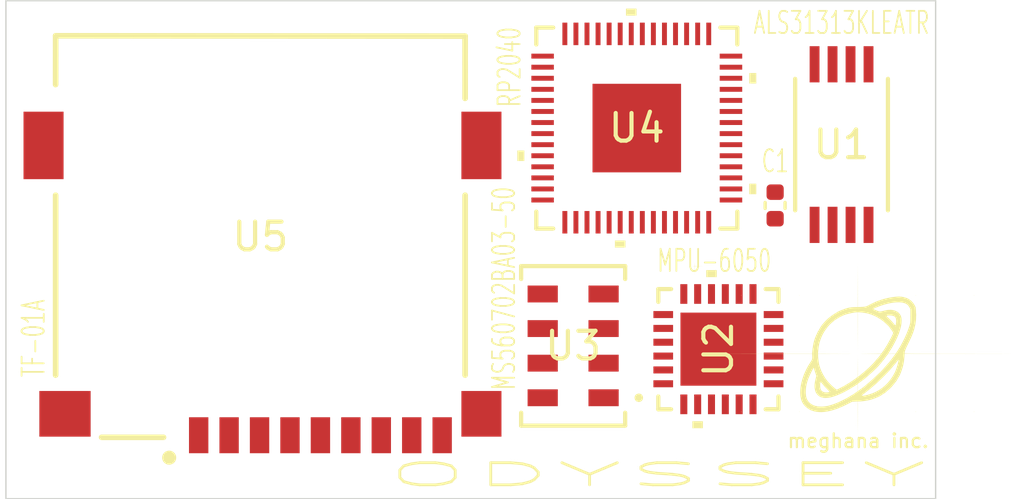
<source format=kicad_pcb>
(kicad_pcb (version 20241229) (generator "pcbnew") (generator_version "9.0")
  (layers (0 "F.Cu" signal) (2 "B.Cu" signal) (13 "F.Paste" user) (15 "B.Paste" user) (5 "F.SilkS" user "F.Silkscreen") (7 "B.SilkS" user "B.Silkscreen") (1 "F.Mask" user) (3 "B.Mask" user) (25 "Edge.Cuts" user))
  (net 0 "")
  (net 1 "GND")
  (net 2 "Net-(U2-REGOUT)")
  (net 3 "3.3V")
  (net 4 "MSDMISO")
  (net 5 "CD")
  (net 6 "MSDCLK")
  (net 7 "MSDMOSI")
  (net 9 "SCL")
  (net 10 "SDA")
  (net 13 "MAGINT")
  (net 18 "GYROFSYNC")
  (net 19 "GYROINT")
  (net 45 "Net-(U4-IOVDD-Pad1)")
  (net 50 "MSDCS")
  (net 53 "Net-(U4-DVDD-Pad23)")
  (footprint "Capacitor_SMD:C_0402_1005Metric" (layer "F.Cu") (at 164.2 105.2 -90)
    (property "Reference" "C1" (at -1.6 0 0) (layer "F.SilkS") (effects (font (size 0.8 0.5) (thickness 0.0625))))
    (property "Value" "C" (hide yes))
    (fp_line (start -0.107836 0.36) (end 0.107836 0.36) (stroke (width 0.12)) (layer "F.SilkS"))
    (fp_line (start -0.107836 -0.36) (end 0.107836 -0.36) (stroke (width 0.12)) (layer "F.SilkS"))
    (pad "1" smd roundrect (at -0.48 0 270) (size 0.56 0.62) (layers "F.Cu" "F.Mask" "F.Paste") (net 1 "GND"))
    (pad "2" smd roundrect (at 0.48 0 270) (size 0.56 0.62) (layers "F.Cu" "F.Mask" "F.Paste") (net 2 "Net-(U2-REGOUT)"))
  )
  (footprint "footprints:TSSOP8_LE_ALM" (layer "F.Cu") (at 166.6 103 90)
    (property "Reference" "U1" (at 0 0 0) (layer "F.SilkS"))
    (property "Value" "ALS31313KLEATR" (at 4.4 0 0) (layer "F.SilkS") (effects (font (size 0.8 0.5) (thickness 0.0625))))
    (fp_line (start 2.3749 -1.6764) (end -2.3749 -1.6764) (stroke (width 0.1524)) (layer "F.SilkS"))
    (fp_line (start -2.3749 1.6764) (end 2.3749 1.6764) (stroke (width 0.1524)) (layer "F.SilkS"))
    (pad "1" smd rect (at -2.90195 -0.974999 90) (size 1.3081 0.3556) (layers "F.Cu" "F.Mask" "F.Paste") (net 3 "3.3V"))
    (pad "2" smd rect (at -2.90195 -0.325001 90) (size 1.3081 0.3556) (layers "F.Cu" "F.Mask" "F.Paste"))
    (pad "3" smd rect (at -2.90195 0.325001 90) (size 1.3081 0.3556) (layers "F.Cu" "F.Mask" "F.Paste") (net 1 "GND"))
    (pad "4" smd rect (at -2.90195 0.974999 90) (size 1.3081 0.3556) (layers "F.Cu" "F.Mask" "F.Paste") (net 13 "MAGINT"))
    (pad "5" smd rect (at 2.90195 0.974999 90) (size 1.3081 0.3556) (layers "F.Cu" "F.Mask" "F.Paste"))
    (pad "6" smd rect (at 2.90195 0.325001 90) (size 1.3081 0.3556) (layers "F.Cu" "F.Mask" "F.Paste"))
    (pad "7" smd rect (at 2.90195 -0.325001 90) (size 1.3081 0.3556) (layers "F.Cu" "F.Mask" "F.Paste") (net 10 "SDA"))
    (pad "8" smd rect (at 2.90195 -0.974999 90) (size 1.3081 0.3556) (layers "F.Cu" "F.Mask" "F.Paste") (net 9 "SCL"))
  )
  (footprint "footprints:SON8_MS5611_TEC" (layer "F.Cu") (at 156.9 110.275 180)
    (property "Reference" "U3" (at 0 0 0) (layer "F.SilkS"))
    (property "Value" "MS560702BA03-50" (at 2.5 2.075 90) (layer "F.SilkS") (effects (font (size 0.8 0.5) (thickness 0.0625))))
    (fp_line (start 1.8796 2.8829) (end 1.8796 2.416852) (stroke (width 0.1524)) (layer "F.SilkS"))
    (fp_line (start 1.8796 -2.416852) (end 1.8796 -2.8829) (stroke (width 0.1524)) (layer "F.SilkS"))
    (fp_line (start 1.8796 -2.8829) (end -1.8796 -2.8829) (stroke (width 0.1524)) (layer "F.SilkS"))
    (fp_line (start -1.8796 2.8829) (end 1.8796 2.8829) (stroke (width 0.1524)) (layer "F.SilkS"))
    (fp_line (start -1.8796 2.416852) (end -1.8796 2.8829) (stroke (width 0.1524)) (layer "F.SilkS"))
    (fp_line (start -1.8796 -2.8829) (end -1.8796 -2.416852) (stroke (width 0.1524)) (layer "F.SilkS"))
    (fp_circle (center -2.3727 -1.875) (end -2.2965 -1.875) (stroke (width 0.1524)) (fill no) (layer "F.SilkS"))
    (pad "1" smd rect (at -1.1 -1.875 180) (size 1.0922 0.6096) (layers "F.Cu" "F.Mask" "F.Paste") (net 3 "3.3V"))
    (pad "2" smd rect (at -1.1 -0.625 180) (size 1.0922 0.6096) (layers "F.Cu" "F.Mask" "F.Paste") (net 3 "3.3V"))
    (pad "3" smd rect (at -1.1 0.625 180) (size 1.0922 0.6096) (layers "F.Cu" "F.Mask" "F.Paste") (net 1 "GND"))
    (pad "4" smd rect (at -1.1 1.875 180) (size 1.0922 0.6096) (layers "F.Cu" "F.Mask" "F.Paste"))
    (pad "5" smd rect (at 1.1 1.875 180) (size 1.0922 0.6096) (layers "F.Cu" "F.Mask" "F.Paste"))
    (pad "6" smd rect (at 1.1 0.625 180) (size 1.0922 0.6096) (layers "F.Cu" "F.Mask" "F.Paste"))
    (pad "7" smd rect (at 1.1 -0.625 180) (size 1.0922 0.6096) (layers "F.Cu" "F.Mask" "F.Paste") (net 10 "SDA"))
    (pad "8" smd rect (at 1.1 -1.875 180) (size 1.0922 0.6096) (layers "F.Cu" "F.Mask" "F.Paste") (net 9 "SCL"))
  )
  (footprint "LOGO" (layer "F.Cu") (at 167.2 110.4)
    (property "Reference" "G***" (hide yes))
    (property "Value" "LOGO" (hide yes))
    (fp_poly (pts (xy -1.068891 2.252587) (xy -1.07285 2.256546) (xy -1.076809 2.252587) (xy -1.07285 2.248628)) (fill yes) (layer "F.SilkS"))
    (fp_poly (pts (xy -0.221696 -1.532076) (xy -0.225655 -1.528118) (xy -0.229614 -1.532076) (xy -0.225655 -1.536035)) (fill yes) (layer "F.SilkS"))
    (fp_poly (pts (xy 2.082356 -0.89866) (xy 2.078397 -0.894701) (xy 2.074438 -0.89866) (xy 2.078397 -0.902619)) (fill yes) (layer "F.SilkS"))
    (fp_poly (pts (xy -4.21245 -1.949648) (xy -4.21222 -1.947756) (xy -4.218245 -1.940068) (xy -4.220138 -1.939838) (xy -4.227825 -1.945863) (xy -4.228055 -1.947756) (xy -4.22203 -1.955444) (xy -4.220138 -1.955674)) (fill yes) (layer "F.SilkS"))
    (fp_poly (pts (xy -4.21245 2.254653) (xy -4.21222 2.256546) (xy -4.218245 2.264233) (xy -4.220138 2.264464) (xy -4.227825 2.258438) (xy -4.228055 2.256546) (xy -4.22203 2.248858) (xy -4.220138 2.248628)) (fill yes) (layer "F.SilkS"))
    (fp_poly (pts (xy -2.114258 -1.949648) (xy -2.114028 -1.947756) (xy -2.120053 -1.940068) (xy -2.121946 -1.939838) (xy -2.129633 -1.945863) (xy -2.129863 -1.947756) (xy -2.123838 -1.955444) (xy -2.121946 -1.955674)) (fill yes) (layer "F.SilkS"))
    (fp_poly (pts (xy -2.114258 2.254653) (xy -2.114028 2.256546) (xy -2.120053 2.264233) (xy -2.121946 2.264464) (xy -2.129633 2.258438) (xy -2.129863 2.256546) (xy -2.123838 2.248858) (xy -2.121946 2.248628)) (fill yes) (layer "F.SilkS"))
    (fp_poly (pts (xy 2.090044 -1.949648) (xy 2.090274 -1.947756) (xy 2.084249 -1.940068) (xy 2.082356 -1.939838) (xy 2.074668 -1.945863) (xy 2.074438 -1.947756) (xy 2.080464 -1.955444) (xy 2.082356 -1.955674)) (fill yes) (layer "F.SilkS"))
    (fp_poly (pts (xy 2.090044 2.254653) (xy 2.090274 2.256546) (xy 2.084249 2.264233) (xy 2.082356 2.264464) (xy 2.074668 2.258438) (xy 2.074438 2.256546) (xy 2.080464 2.248858) (xy 2.082356 2.248628)) (fill yes) (layer "F.SilkS"))
    (fp_poly (pts (xy 4.196153 -1.949648) (xy 4.196383 -1.947756) (xy 4.190358 -1.940068) (xy 4.188466 -1.939838) (xy 4.180778 -1.945863) (xy 4.180548 -1.947756) (xy 4.186573 -1.955444) (xy 4.188466 -1.955674)) (fill yes) (layer "F.SilkS"))
    (fp_poly (pts (xy 4.196153 2.254653) (xy 4.196383 2.256546) (xy 4.190358 2.264233) (xy 4.188466 2.264464) (xy 4.180778 2.258438) (xy 4.180548 2.256546) (xy 4.186573 2.248858) (xy 4.188466 2.248628)) (fill yes) (layer "F.SilkS"))
    (fp_poly (pts (xy -5.900319 -3.078176) (xy -5.898691 -3.009063) (xy -5.742317 -3.006739) (xy -5.585942 -3.004415) (xy -5.742153 -3.002613) (xy -5.898363 -3.000811) (xy -5.90068 -2.840477) (xy -5.902997 -2.680144) (xy -5.904803 -2.840099) (xy -5.906609 -3.000055) (xy -5.956095 -3.002866) (xy -5.989612 -3.00477) (xy -5.906609 -3.00477) (xy -5.90265 -3.000811) (xy -5.898691 -3.00477) (xy -5.90265 -3.008729) (xy -5.906609 -3.00477) (xy -5.989612 -3.00477) (xy -6.005579 -3.005677) (xy -5.956403 -3.007203) (xy -5.907226 -3.008729) (xy -5.904587 -3.078008) (xy -5.901948 -3.147287)) (fill yes) (layer "F.SilkS"))
    (fp_poly (pts (xy -0.017778 -2.337226) (xy -0.015836 -1.527164) (xy 0.10095 -1.53216) (xy 0.163423 -1.535388) (xy 0.212805 -1.539401) (xy 0.251837 -1.54467) (xy 0.28326 -1.551662) (xy 0.309816 -1.560846) (xy 0.332543 -1.571763) (xy 0.446795 -1.631745) (xy 0.552283 -1.683008) (xy 0.652463 -1.726904) (xy 0.750794 -1.764784) (xy 0.850732 -1.797999) (xy 0.955734 -1.827899) (xy 1.045137 -1.850205) (xy 1.112801 -1.864732) (xy 1.186536 -1.878024) (xy 1.26227 -1.889531) (xy 1.335929 -1.898705) (xy 1.403438 -1.904993) (xy 1.460725 -1.907847) (xy 1.472693 -1.907959) (xy 1.574346 -1.901506) (xy 1.670531 -1.882736) (xy 1.759798 -1.852292) (xy 1.840698 -1.810817) (xy 1.911781 -1.758955) (xy 1.971596 -1.697347) (xy 1.984104 -1.681195) (xy 2.010281 -1.64395) (xy 2.033292 -1.607745) (xy 2.051447 -1.575547) (xy 2.063058 -1.550325) (xy 2.066521 -1.536398) (xy 2.070251 -1.530153) (xy 2.072459 -1.530853) (xy 2.077374 -1.527287) (xy 2.079135 -1.517464) (xy 2.080158 -1.503099) (xy 2.082386 -1.476783) (xy 2.085488 -1.442325) (xy 2.088951 -1.405393) (xy 2.097584 -1.23473) (xy 2.090609 -1.066702) (xy 2.068016 -0.901211) (xy 2.029794 -0.738163) (xy 2.013751 -0.684882) (xy 2.001628 -0.647565) (xy 1.990122 -0.613606) (xy 1.980675 -0.587176) (xy 1.975468 -0.574034) (xy 1.967513 -0.555378) (xy 1.955998 -0.527372) (xy 1.943137 -0.495413) (xy 1.940382 -0.488479) (xy 1.929125 -0.461144) (xy 1.914713 -0.428179) (xy 1.896515 -0.388241) (xy 1.873899 -0.339988) (xy 1.846235 -0.282076) (xy 1.812889 -0.213164) (xy 1.773232 -0.131909) (xy 1.758669 -0.10219) (xy 1.726024 -0.031022) (xy 1.701507 0.032471) (xy 1.685626 0.086771) (xy 1.678889 0.130359) (xy 1.678691 0.136566) (xy 1.679216 0.137969) (xy 1.681188 0.139275) (xy 1.685156 0.140489) (xy 1.691673 0.141615) (xy 1.701287 0.142656) (xy 1.714549 0.143617) (xy 1.732011 0.144502) (xy 1.754222 0.145314) (xy 1.781732 0.146058) (xy 1.815094 0.146738) (xy 1.854856 0.147358) (xy 1.901569 0.147922) (xy 1.955784 0.148433) (xy 2.018052 0.148897) (xy 2.088922 0.149317) (xy 2.168945 0.149696) (xy 2.258673 0.15004) (xy 2.358654 0.150352) (xy 2.469441 0.150635) (xy 2.591582 0.150895) (xy 2.72563 0.151136) (xy 2.872133 0.15136) (xy 3.031643 0.151573) (xy 3.204711 0.151778) (xy 3.391886 0.151979) (xy 3.593719 0.15218) (xy 3.810761 0.152386) (xy 3.842066 0.152416) (xy 6.005579 0.154424) (xy 3.843003 0.156389) (xy 1.680426 0.158354) (xy 1.675247 0.223675) (xy 1.672129 0.263128) (xy 1.668864 0.304641) (xy 1.666142 0.339447) (xy 1.666063 0.340461) (xy 1.660511 0.398351) (xy 1.652695 0.454386) (xy 1.641736 0.513814) (xy 1.626756 0.581887) (xy 1.623014 0.597786) (xy 1.61245 0.637636) (xy 1.598229 0.684682) (xy 1.581416 0.735998) (xy 1.563078 0.788655) (xy 1.544282 0.839727) (xy 1.526095 0.886287) (xy 1.509584 0.925407) (xy 1.495815 0.95416) (xy 1.488884 0.965842) (xy 1.479621 0.980317) (xy 1.464603 1.005121) (xy 1.445886 1.036811) (xy 1.425527 1.07194) (xy 1.425006 1.072849) (xy 1.405264 1.106617) (xy 1.387631 1.135608) (xy 1.373934 1.156891) (xy 1.366004 1.167541) (xy 1.365656 1.167861) (xy 1.357402 1.176889) (xy 1.341686 1.195777) (xy 1.320704 1.221834) (xy 1.296649 1.252369) (xy 1.294632 1.254956) (xy 1.259495 1.299536) (xy 1.230073 1.335127) (xy 1.202859 1.365413) (xy 1.174345 1.394078) (xy 1.141022 1.424806) (xy 1.099384 1.461281) (xy 1.092643 1.467097) (xy 1.061278 1.49434) (xy 1.033503 1.518857) (xy 1.011922 1.538322) (xy 0.999137 1.550409) (xy 0.99763 1.551994) (xy 0.98658 1.561079) (xy 0.964988 1.57631) (xy 0.935868 1.595642) (xy 0.90223 1.617029) (xy 0.898659 1.619248) (xy 0.864724 1.6405) (xy 0.834918 1.659554) (xy 0.812258 1.674454) (xy 0.799761 1.683245) (xy 0.799153 1.683741) (xy 0.781762 1.694773) (xy 0.752145 1.709643) (xy 0.713115 1.727224) (xy 0.667484 1.74639) (xy 0.618065 1.766014) (xy 0.567669 1.784971) (xy 0.519108 1.802134) (xy 0.475195 1.816378) (xy 0.449299 1.823854) (xy 0.391455 1.837737) (xy 0.325206 1.850901) (xy 0.254847 1.862714) (xy 0.184672 1.872546) (xy 0.118974 1.879766) (xy 0.06205 1.883743) (xy 0.037656 1.88432) (xy -0.015741 1.884414) (xy -0.017816 2.515851) (xy -0.019891 3.147288) (xy -0.021822 2.515918) (xy -0.023754 1.884547) (xy -0.120746 1.889433) (xy -0.217737 1.894318) (xy -0.360256 1.966833) (xy -0.466993 2.020123) (xy -0.563019 2.065743) (xy -0.650864 2.104702) (xy -0.73306 2.138014) (xy -0.812137 2.16669) (xy -0.890627 2.19174) (xy -0.971061 2.214177) (xy -0.993673 2.219977) (xy -1.114621 2.24664) (xy -1.226696 2.263013) (xy -1.332913 2.269267) (xy -1.436285 2.265575) (xy -1.539827 2.252108) (xy -1.543953 2.251379) (xy -1.572551 2.244981) (xy -1.607547 2.235235) (xy -1.645451 2.223348) (xy -1.682775 2.210532) (xy -1.716029 2.197995) (xy -1.741725 2.186946) (xy -1.756373 2.178595) (xy -1.757731 2.177283) (xy -1.766019 2.171004) (xy -1.78398 2.159065) (xy -1.807756 2.144028) (xy -1.808183 2.143763) (xy -1.83474 2.125255) (xy -1.867135 2.099654) (xy -1.900137 2.07119) (xy -1.915341 2.057103) (xy -1.968781 1.997714) (xy -2.011954 1.930597) (xy -2.046071 1.85351) (xy -2.071336 1.768426) (xy -2.087812 1.672616) (xy -2.093838 1.566967) (xy -2.093224 1.55028) (xy -1.89312 1.55028) (xy -1.891467 1.591459) (xy -1.886291 1.654384) (xy -1.878837 1.705746) (xy -1.868021 1.749767) (xy -1.852755 1.790676) (xy -1.831954 1.832696) (xy -1.827276 1.841172) (xy -1.801921 1.88169) (xy -1.774186 1.914358) (xy -1.739291 1.945351) (xy -1.699791 1.973612) (xy -1.655191 1.999608) (xy -1.609517 2.021467) (xy -1.566794 2.037316) (xy -1.531048 2.045282) (xy -1.523257 2.045835) (xy -1.503849 2.047616) (xy -1.494018 2.051046) (xy -1.493775 2.052665) (xy -1.495405 2.055619) (xy -1.49444 2.057748) (xy -1.488432 2.059387) (xy -1.474934 2.060867) (xy -1.451498 2.062522) (xy -1.415676 2.064684) (xy -1.397476 2.065757) (xy -1.360354 2.067862) (xy -1.331302 2.069028) (xy -1.306291 2.069053) (xy -1.281291 2.067738) (xy -1.25227 2.06488) (xy -1.2152 2.06028) (xy -1.171821 2.05451) (xy -1.133595 2.04899) (xy -1.099503 2.043354) (xy -1.073598 2.038314) (xy -1.060973 2.035006) (xy -1.04542 2.029852) (xy -1.018705 2.021566) (xy -0.984887 2.011391) (xy -0.955845 2.002842) (xy -0.869937 1.974715) (xy -0.774656 1.938008) (xy -0.672966 1.89407) (xy -0.567829 1.844251) (xy -0.462211 1.789898) (xy -0.359073 1.732361) (xy -0.349949 1.727035) (xy -0.292896 1.693567) (xy -0.259628 1.673985) (xy 0.1346 1.673985) (xy 0.141803 1.677685) (xy 0.161166 1.678492) (xy 0.18932 1.676615) (xy 0.222898 1.672268) (xy 0.254828 1.666446) (xy 0.328385 1.648729) (xy 0.408019 1.625517) (xy 0.488186 1.59866) (xy 0.56334 1.570009) (xy 0.624078 1.543276) (xy 0.744709 1.477668) (xy 0.860727 1.399393) (xy 0.969452 1.310639) (xy 1.068206 1.213593) (xy 1.15431 1.110444) (xy 1.154878 1.109684) (xy 1.186064 1.06621) (xy 1.218483 1.018118) (xy 1.248666 0.970729) (xy 1.273142 0.929366) (xy 1.276978 0.922412) (xy 1.295502 0.888497) (xy 1.311582 0.859418) (xy 1.323564 0.838144) (xy 1.329792 0.827642) (xy 1.32996 0.8274) (xy 1.334569 0.817486) (xy 1.343442 0.795511) (xy 1.355473 0.764313) (xy 1.369557 0.726728) (xy 1.376217 0.708634) (xy 1.40016 0.638806) (xy 1.422208 0.566137) (xy 1.441038 0.495446) (xy 1.455327 0.431555) (xy 1.460961 0.399844) (xy 1.465885 0.368173) (xy 1.441566 0.395885) (xy 1.423498 0.417288) (xy 1.401292 0.444702) (xy 1.383677 0.467144) (xy 1.362826 0.493601) (xy 1.342324 0.518657) (xy 1.328762 0.534445) (xy 1.313931 0.55156) (xy 1.292941 0.576546) (xy 1.269542 0.604922) (xy 1.261392 0.614931) (xy 1.21394 0.671381) (xy 1.157063 0.735677) (xy 1.093241 0.805225) (xy 1.024955 0.87743) (xy 0.954688 0.949699) (xy 0.884919 1.019437) (xy 0.818131 1.08405) (xy 0.768017 1.13076) (xy 0.736149 1.16006) (xy 0.70689 1.187326) (xy 0.683046 1.20992) (xy 0.66742 1.225201) (xy 0.665087 1.227612) (xy 0.651175 1.24088) (xy 0.628202 1.261246) (xy 0.599434 1.285867) (xy 0.570074 1.31031) (xy 0.539355 1.335872) (xy 0.511856 1.359374) (xy 0.490646 1.378155) (xy 0.479021 1.389302) (xy 0.466986 1.400408) (xy 0.445171 1.418698) (xy 0.416446 1.441828) (xy 0.383681 1.467458) (xy 0.376131 1.473264) (xy 0.34321 1.498615) (xy 0.313944 1.521368) (xy 0.291088 1.539365) (xy 0.277395 1.55045) (xy 0.275747 1.55187) (xy 0.267006 1.559519) (xy 0.257793 1.567038) (xy 0.244595 1.577152) (xy 0.223901 1.592588) (xy 0.209812 1.603029) (xy 0.185576 1.622141) (xy 0.16295 1.641953) (xy 0.145174 1.65941) (xy 0.135487 1.671454) (xy 0.1346 1.673985) (xy -0.259628 1.673985) (xy -0.248051 1.667171) (xy -0.213937 1.646958) (xy -0.189072 1.632041) (xy -0.171979 1.621528) (xy -0.161177 1.614531) (xy -0.155188 1.610161) (xy -0.154396 1.609487) (xy -0.144644 1.602184) (xy -0.12513 1.588459) (xy -0.09926 1.57069) (xy -0.085116 1.561106) (xy -0.023754 1.519717) (xy -0.023754 1.512803) (xy -0.015836 1.512803) (xy 0.038737 1.474933) (xy 0.068114 1.454148) (xy 0.104845 1.427581) (xy 0.143685 1.399047) (xy 0.171358 1.378416) (xy 0.201628 1.355459) (xy 0.2271 1.335741) (xy 0.245179 1.321298) (xy 0.253271 1.314166) (xy 0.253366 1.31404) (xy 0.260382 1.307492) (xy 0.277768 1.292417) (xy 0.303683 1.270375) (xy 0.336291 1.242926) (xy 0.373752 1.21163) (xy 0.387967 1.19981) (xy 0.435526 1.159436) (xy 0.489982 1.111772) (xy 0.547007 1.060698) (xy 0.602272 1.010093) (xy 0.651447 0.963835) (xy 0.65376 0.961619) (xy 0.693146 0.923975) (xy 0.729837 0.88919) (xy 0.761928 0.859049) (xy 0.787511 0.835336) (xy 0.804681 0.819836) (xy 0.809919 0.815403) (xy 0.820868 0.804897) (xy 0.840392 0.784219) (xy 0.866794 0.755247) (xy 0.898376 0.719861) (xy 0.933441 0.679937) (xy 0.958692 0.650826) (xy 0.994951 0.608967) (xy 1.02863 0.570383) (xy 1.058084 0.536935) (xy 1.081667 0.510484) (xy 1.097735 0.492894) (xy 1.103617 0.48686) (xy 1.113039 0.476198) (xy 1.130333 0.454754) (xy 1.153976 0.424494) (xy 1.182443 0.387382) (xy 1.21421 0.345382) (xy 1.237204 0.31465) (xy 1.35363 0.158354) (xy 1.21936 0.158354) (xy 1.08509 0.158354) (xy 1.071161 0.180127) (xy 1.058669 0.197882) (xy 1.04833 0.209819) (xy 1.040592 0.219053) (xy 1.025886 0.238554) (xy 1.006246 0.265562) (xy 0.983707 0.297314) (xy 0.981212 0.300872) (xy 0.958009 0.333467) (xy 0.93696 0.362054) (xy 0.920275 0.383697) (xy 0.910164 0.395458) (xy 0.909704 0.395885) (xy 0.899261 0.407051) (xy 0.881996 0.427413) (xy 0.860722 0.4536) (xy 0.847229 0.470676) (xy 0.761331 0.573596) (xy 0.661828 0.67992) (xy 0.548248 0.790126) (xy 0.420121 0.904688) (xy 0.40661 0.916299) (xy 0.3685 0.949074) (xy 0.333396 0.979511) (xy 0.303511 1.005674) (xy 0.28106 1.025622) (xy 0.268254 1.037417) (xy 0.267653 1.038011) (xy 0.255504 1.048374) (xy 0.232743 1.066177) (xy 0.201667 1.089687) (xy 0.16457 1.117171) (xy 0.123749 1.146895) (xy 0.116632 1.152026) (xy -0.015348 1.247038) (xy -0.015592 1.379921) (xy -0.015836 1.512803) (xy -0.023754 1.512803) (xy -0.023754 1.389316) (xy -0.023948 1.34588) (xy -0.024487 1.308576) (xy -0.025302 1.280014) (xy -0.026325 1.262807) (xy -0.027147 1.258915) (xy -0.034838 1.263758) (xy -0.041115 1.26949) (xy -0.0521 1.2777) (xy -0.074764 1.292587) (xy -0.107062 1.312929) (xy -0.14695 1.337502) (xy -0.192383 1.365083) (xy -0.241316 1.394449) (xy -0.291704 1.424376) (xy -0.341504 1.453643) (xy -0.388669 1.481025) (xy -0.431155 1.505299) (xy -0.466918 1.525243) (xy -0.484761 1.534867) (xy -0.605616 1.594552) (xy -0.73345 1.65) (xy -0.854212 1.695563) (xy -0.964744 1.729108) (xy -1.066847 1.750132) (xy -1.160302 1.758655) (xy -1.244892 1.754694) (xy -1.320397 1.738269) (xy -1.3866 1.709399) (xy -1.443281 1.668104) (xy -1.46877 1.641898) (xy -1.501226 1.602083) (xy -1.524471 1.566566) (xy -1.541547 1.529611) (xy -1.555496 1.485484) (xy -1.559141 1.471517) (xy -1.571755 1.405802) (xy -1.576648 1.337033) (xy -1.574568 1.285452) (xy -1.372949 1.285452) (xy -1.372947 1.314339) (xy -1.369504 1.37719) (xy -1.359983 1.427371) (xy -1.343633 1.467123) (xy -1.319706 1.498687) (xy -1.307636 1.509697) (xy -1.262808 1.536995) (xy -1.208764 1.553626) (xy -1.148452 1.559059) (xy -1.084823 1.552763) (xy -1.077198 1.551214) (xy -1.05464 1.545423) (xy -1.040143 1.539871) (xy -1.03722 1.537213) (xy -1.042697 1.526951) (xy -1.058299 1.507073) (xy -1.082783 1.478985) (xy -1.114905 1.444093) (xy -1.153422 1.403805) (xy -1.171222 1.385598) (xy -1.204748 1.350444) (xy -1.239508 1.312194) (xy -1.271133 1.275751) (xy -1.292938 1.249018) (xy -1.314312 1.222824) (xy -1.333052 1.202204) (xy -1.346556 1.189902) (xy -1.351099 1.187656) (xy -1.360523 1.193223) (xy -1.36718 1.210652) (xy -1.371259 1.241032) (xy -1.372949 1.285452) (xy -1.574568 1.285452) (xy -1.573661 1.262967) (xy -1.562634 1.181359) (xy -1.543408 1.089965) (xy -1.527707 1.028892) (xy -1.5093 0.961183) (xy -1.542123 0.866446) (xy -1.556163 0.82456) (xy -1.569404 0.782646) (xy -1.58026 0.745862) (xy -1.586647 0.721552) (xy -1.593217 0.695225) (xy -1.598897 0.675669) (xy -1.60225 0.667492) (xy -1.608728 0.670948) (xy -1.620529 0.68708) (xy -1.636727 0.714018) (xy -1.656395 0.749889) (xy -1.678608 0.792819) (xy -1.702439 0.840937) (xy -1.726961 0.89237) (xy -1.75125 0.945245) (xy -1.774378 0.99769) (xy -1.795419 1.047832) (xy -1.813448 1.093798) (xy -1.814495 1.096602) (xy -1.849324 1.206651) (xy -1.874515 1.322015) (xy -1.889352 1.438092) (xy -1.89312 1.55028) (xy -2.093224 1.55028) (xy -2.089655 1.453322) (xy -2.075502 1.333524) (xy -2.05162 1.209416) (xy -2.01825 1.082843) (xy -1.975632 0.955646) (xy -1.960016 0.91495) (xy -1.939895 0.866879) (xy -1.915033 0.811719) (xy -1.887277 0.753216) (xy -1.858475 0.695112) (xy -1.830474 0.641149) (xy -1.805124 0.595072) (xy -1.787811 0.566116) (xy -1.77171 0.540788) (xy -1.750803 0.508019) (xy -1.728843 0.47369) (xy -1.722111 0.463185) (xy -1.695807 0.421027) (xy -1.677495 0.387458) (xy -1.665953 0.358191) (xy -1.659957 0.328937) (xy -1.658286 0.295406) (xy -1.659717 0.253311) (xy -1.660139 0.245728) (xy -1.665137 0.158382) (xy -3.835358 0.156374) (xy -6.005579 0.154366) (xy -3.834953 0.152401) (xy -1.664326 0.150436) (xy -1.450275 0.150436) (xy -0.754829 0.152372) (xy -0.059383 0.154307) (xy -0.754162 0.156374) (xy -1.448941 0.15844) (xy -1.448783 0.2158) (xy -1.446821 0.269001) (xy -1.441628 0.332222) (xy -1.43386 0.400132) (xy -1.424174 0.467401) (xy -1.413225 0.528697) (xy -1.406378 0.560158) (xy -1.372705 0.675014) (xy -1.326249 0.792491) (xy -1.268806 0.909021) (xy -1.202168 1.021035) (xy -1.128129 1.124966) (xy -1.112893 1.144096) (xy -1.085611 1.175857) (xy -1.052204 1.211837) (xy -1.014458 1.250397) (xy -0.974158 1.289899) (xy -0.933089 1.328702) (xy -0.893037 1.365168) (xy -0.855786 1.397658) (xy -0.823122 1.424532) (xy -0.79683 1.444152) (xy -0.778694 1.454878) (xy -0.772776 1.456389) (xy -0.762724 1.452784) (xy -0.741631 1.443289) (xy -0.712507 1.429313) (xy -0.678363 1.412268) (xy -0.675598 1.410862) (xy -0.506723 1.320543) (xy -0.346852 1.226377) (xy -0.198558 1.129928) (xy -0.108869 1.066219) (xy -0.023754 1.003457) (xy -0.021848 0.59872) (xy -0.019943 0.193983) (xy -0.017817 0.596137) (xy -0.01569 0.998291) (xy 0.019994 0.973739) (xy 0.042982 0.957099) (xy 0.06228 0.941716) (xy 0.069407 0.935221) (xy 0.080582 0.925175) (xy 0.10138 0.907636) (xy 0.128998 0.884926) (xy 0.160636 0.859371) (xy 0.166271 0.854864) (xy 0.268486 0.77004) (xy 0.36815 0.681165) (xy 0.462237 0.59112) (xy 0.547721 0.502786) (xy 0.611089 0.431515) (xy 0.641109 0.396328) (xy 0.669693 0.363166) (xy 0.694301 0.334951) (xy 0.712392 0.314606) (xy 0.717737 0.30879) (xy 0.73452 0.289387) (xy 0.756442 0.261969) (xy 0.779571 0.2315) (xy 0.786745 0.221695) (xy 0.829732 0.162313) (xy 0.424763 0.158246) (xy 0.019794 0.154179) (xy 0.428861 0.152307) (xy 0.837928 0.150436) (xy 0.868274 0.108868) (xy 0.885679 0.085268) (xy 0.900503 0.065584) (xy 0.908458 0.055424) (xy 0.920235 0.039271) (xy 0.938323 0.012093) (xy 0.961084 -0.023439) (xy 0.986878 -0.064654) (xy 1.014069 -0.108881) (xy 1.041018 -0.153449) (xy 1.066087 -0.195688) (xy 1.087638 -0.232926) (xy 1.104032 -0.262493) (xy 1.107563 -0.269202) (xy 1.127471 -0.307216) (xy 1.148395 -0.346363) (xy 1.167064 -0.380555) (xy 1.174588 -0.393989) (xy 1.190841 -0.424247) (xy 1.210076 -0.462472) (xy 1.229017 -0.502086) (xy 1.235717 -0.516713) (xy 1.251124 -0.552193) (xy 1.26008 -0.576852) (xy 1.263466 -0.593909) (xy 1.262161 -0.606581) (xy 1.261119 -0.609664) (xy 1.253667 -0.623467) (xy 1.23882 -0.646874) (xy 1.218566 -0.677087) (xy 1.194891 -0.711308) (xy 1.169781 -0.74674) (xy 1.145221 -0.780584) (xy 1.123199 -0.810043) (xy 1.1057 -0.832318) (xy 1.09471 -0.844612) (xy 1.093788 -0.84539) (xy 1.083162 -0.854751) (xy 1.064063 -0.872629) (xy 1.039266 -0.896393) (xy 1.013466 -0.921526) (xy 0.923946 -1.000931) (xy 0.822313 -1.076145) (xy 0.712166 -1.144921) (xy 0.60333 -1.201761) (xy 1.029301 -1.201761) (xy 1.03447 -1.192335) (xy 1.050263 -1.174425) (xy 1.077109 -1.147597) (xy 1.115436 -1.111416) (xy 1.148869 -1.080709) (xy 1.164556 -1.06615) (xy 1.179267 -1.051691) (xy 1.195077 -1.035061) (xy 1.214063 -1.013988) (xy 1.238301 -0.986201) (xy 1.269868 -0.949429) (xy 1.284191 -0.932656) (xy 1.30636 -0.907069) (xy 1.325223 -0.886018) (xy 1.338081 -0.872482) (xy 1.341603 -0.869328) (xy 1.348934 -0.867704) (xy 1.355033 -0.875151) (xy 1.360448 -0.893421) (xy 1.365732 -0.924269) (xy 1.370499 -0.961423) (xy 1.374712 -1.031601) (xy 1.369653 -1.090721) (xy 1.355496 -1.138235) (xy 1.332417 -1.173599) (xy 1.300591 -1.196266) (xy 1.294544 -1.198735) (xy 1.251327 -1.211381) (xy 1.200471 -1.221113) (xy 1.150101 -1.226537) (xy 1.128798 -1.227201) (xy 1.096114 -1.22531) (xy 1.066313 -1.22036) (xy 1.043196 -1.213323) (xy 1.030566 -1.20517) (xy 1.029301 -1.201761) (xy 0.60333 -1.201761) (xy 0.597109 -1.20501) (xy 0.480742 -1.254164) (xy 0.480364 -1.254304) (xy 0.37152 -1.28851) (xy 0.253636 -1.314418) (xy 0.131724 -1.331022) (xy 0.077197 -1.335174) (xy -0.015836 -1.340469) (xy -0.017773 -0.612831) (xy -0.019711 0.114806) (xy -0.021774 -0.611643) (xy -0.023837 -1.338093) (xy -0.041826 -1.338093) (xy -0.07925 -1.335869) (xy -0.128144 -1.32969) (xy -0.185115 -1.32029) (xy -0.246768 -1.308406) (xy -0.30971 -1.294772) (xy -0.370545 -1.280125) (xy -0.42588 -1.2652) (xy -0.47232 -1.250732) (xy -0.506472 -1.237458) (xy -0.506734 -1.237336) (xy -0.526229 -1.228373) (xy -0.555278 -1.215127) (xy -0.588996 -1.199824) (xy -0.60584 -1.192204) (xy -0.631014 -1.179813) (xy -0.663396 -1.162392) (xy -0.700423 -1.141487) (xy -0.739531 -1.118647) (xy -0.778153 -1.095417) (xy -0.813727 -1.073346) (xy -0.843686 -1.053981) (xy -0.865468 -1.038868) (xy -0.876508 -1.029556) (xy -0.877225 -1.028473) (xy -0.883808 -1.021734) (xy -0.900247 -1.006844) (xy -0.924259 -0.985821) (xy -0.953562 -0.960683) (xy -0.962348 -0.953229) (xy -1.006916 -0.91343) (xy -1.048219 -0.871667) (xy -1.090102 -0.82383) (xy -1.130261 -0.773744) (xy -1.219649 -0.646462) (xy -1.294312 -0.513353) (xy -1.354249 -0.374426) (xy -1.399454 -0.22969) (xy -1.429926 -0.079152) (xy -1.444755 0.061362) (xy -1.450275 0.150436) (xy -1.664326 0.150436) (xy -1.659146 0.093033) (xy -1.646658 -0.025409) (xy -1.631383 -0.131146) (xy -1.612547 -0.227183) (xy -1.589381 -0.316522) (xy -1.561112 -0.402165) (xy -1.526967 -0.487117) (xy -1.489158 -0.568347) (xy -1.474973 -0.597861) (xy -1.46396 -0.622139) (xy -1.457705 -0.637615) (xy -1.456858 -0.640926) (xy -1.450888 -0.650133) (xy -1.449915 -0.650572) (xy -1.443194 -0.658394) (xy -1.431607 -0.676767) (xy -1.417387 -0.702086) (xy -1.413914 -0.708635) (xy -1.389905 -0.752271) (xy -1.363353 -0.796971) (xy -1.336692 -0.838907) (xy -1.312353 -0.87425) (xy -1.29322 -0.89866) (xy -1.279951 -0.913758) (xy -1.259066 -0.937573) (xy -1.233375 -0.966901) (xy -1.205685 -0.998537) (xy -1.204236 -1.000193) (xy -1.150184 -1.056722) (xy -1.085073 -1.116189) (xy -1.012547 -1.17565) (xy -0.936251 -1.232157) (xy -0.859827 -1.282765) (xy -0.839338 -1.295218) (xy -0.804156 -1.316277) (xy -0.773376 -1.334928) (xy -0.749822 -1.349443) (xy -0.736321 -1.358093) (xy -0.734774 -1.359192) (xy -0.720561 -1.367158) (xy -0.694229 -1.379292) (xy -0.658591 -1.394493) (xy -0.616463 -1.411661) (xy -0.570659 -1.429696) (xy -0.523993 -1.447498) (xy -0.491868 -1.459331) (xy 0.543952 -1.459331) (xy 0.594622 -1.435419) (xy 0.647394 -1.410921) (xy 0.688701 -1.392855) (xy 0.721115 -1.380322) (xy 0.747208 -1.372422) (xy 0.769551 -1.368256) (xy 0.790383 -1.366926) (xy 0.813047 -1.368924) (xy 0.846108 -1.374667) (xy 0.884835 -1.383229) (xy 0.918453 -1.39197) (xy 0.963904 -1.403467) (xy 1.013198 -1.413978) (xy 1.059195 -1.422064) (xy 1.083981 -1.425342) (xy 1.173144 -1.428847) (xy 1.256194 -1.420257) (xy 1.331986 -1.400148) (xy 1.399375 -1.369092) (xy 1.457216 -1.327665) (xy 1.504363 -1.276441) (xy 1.539671 -1.215995) (xy 1.549303 -1.191978) (xy 1.564159 -1.132395) (xy 1.570811 -1.061524) (xy 1.569295 -0.981598) (xy 1.559649 -0.89485) (xy 1.542862 -0.807606) (xy 1.535447 -0.778272) (xy 1.525188 -0.741439) (xy 1.513058 -0.700214) (xy 1.500034 -0.657702) (xy 1.48709 -0.61701) (xy 1.475202 -0.581242) (xy 1.465346 -0.553506) (xy 1.458495 -0.536907) (xy 1.457091 -0.534445) (xy 1.451472 -0.523316) (xy 1.442369 -0.502205) (xy 1.433069 -0.479022) (xy 1.41019 -0.424494) (xy 1.380361 -0.360005) (xy 1.345314 -0.28884) (xy 1.306779 -0.21428) (xy 1.266488 -0.139611) (xy 1.226171 -0.068114) (xy 1.187561 -0.003074) (xy 1.155304 0.047828) (xy 1.135428 0.078264) (xy 1.118036 0.105508) (xy 1.105563 0.125714) (xy 1.10148 0.13281) (xy 1.091884 0.150813) (xy 1.228043 0.148645) (xy 1.364203 0.146477) (xy 1.449768 0.011876) (xy 1.51382 -0.093583) (xy 1.57674 -0.206164) (xy 1.637358 -0.32328) (xy 1.694504 -0.442342) (xy 1.747005 -0.560761) (xy 1.793693 -0.675948) (xy 1.833395 -0.785316) (xy 1.864942 -0.886275) (xy 1.877661 -0.93429) (xy 1.881138 -0.953923) (xy 1.883866 -0.982303) (xy 1.885901 -1.020834) (xy 1.887294 -1.070917) (xy 1.8881 -1.133956) (xy 1.888372 -1.211354) (xy 1.888372 -1.215368) (xy 1.888372 -1.452899) (xy 1.857312 -1.509753) (xy 1.822039 -1.566057) (xy 1.784264 -1.608907) (xy 1.741443 -1.640687) (xy 1.694022 -1.662702) (xy 1.65822 -1.673759) (xy 1.614414 -1.684399) (xy 1.570372 -1.692804) (xy 1.556966 -1.694797) (xy 1.485736 -1.700145) (xy 1.402958 -1.698929) (xy 1.311346 -1.691458) (xy 1.213615 -1.678046) (xy 1.112482 -1.659002) (xy 1.01066 -1.634639) (xy 0.994679 -1.630321) (xy 0.913015 -1.606365) (xy 0.829823 -1.579158) (xy 0.748914 -1.550101) (xy 0.674102 -1.520592) (xy 0.609197 -1.492031) (xy 0.582746 -1.479102) (xy 0.543952 -1.459331) (xy -0.491868 -1.459331) (xy -0.479279 -1.463968) (xy -0.439332 -1.478004) (xy -0.406966 -1.488508) (xy -0.395288 -1.491881) (xy -0.315015 -1.509309) (xy -0.22465 -1.521325) (xy -0.129189 -1.527331) (xy -0.093071 -1.527913) (xy -0.023828 -1.528118) (xy -0.021774 -2.337703) (xy -0.019719 -3.147287)) (fill yes) (layer "F.SilkS"))
  )
  (footprint "footprints:TF-01A" (layer "F.Cu") (at 145.5962 106.3306 180)
    (property "Reference" "U5" (at 0 0 0) (layer "F.SilkS"))
    (property "Value" "TF-01A" (at 8.1962 -3.6694 90) (layer "F.SilkS") (effects (font (size 0.8 0.5) (thickness 0.0625))))
    (fp_line (start 7.4 1.5) (end 7.4 -5) (stroke (width 0.2032)) (layer "F.SilkS"))
    (fp_line (start 7.39902 7.2627) (end 7.4 5.5) (stroke (width 0.2032)) (layer "F.SilkS"))
    (fp_line (start 3.5 -7.25) (end 5.738 -7.25) (stroke (width 0.2032)) (layer "F.SilkS"))
    (fp_line (start -7.39902 7.25) (end 7.39902 7.2627) (stroke (width 0.2032)) (layer "F.SilkS"))
    (fp_line (start -7.4 5) (end -7.39902 7.25) (stroke (width 0.2032)) (layer "F.SilkS"))
    (fp_line (start -7.4 -5) (end -7.4 1.5) (stroke (width 0.2032)) (layer "F.SilkS"))
    (fp_circle (center 3.29565 -7.98449) (end 3.54965 -7.98449) (fill yes) (layer "F.SilkS"))
    (pad "" np_thru_hole circle (at -5.0038 3.5306 180) (size 0.999997 0.999997) (drill 0.999997) (layers "*.Cu" "*.Mask"))
    (pad "" np_thru_hole circle (at 2.9718 3.5306 180) (size 0.999997 0.999997) (drill 0.999997) (layers "*.Cu" "*.Mask"))
    (pad "1" smd rect (at 2.2298 -7.1738 180) (size 0.7 1.3) (layers "F.Cu" "F.Mask" "F.Paste"))
    (pad "2" smd rect (at 1.1298 -7.1738 180) (size 0.7 1.3) (layers "F.Cu" "F.Mask" "F.Paste") (net 5 "CD"))
    (pad "3" smd rect (at 0.0298 -7.1738 180) (size 0.7 1.3) (layers "F.Cu" "F.Mask" "F.Paste") (net 7 "MSDMOSI"))
    (pad "4" smd rect (at -1.0702 -7.1738 180) (size 0.7 1.3) (layers "F.Cu" "F.Mask" "F.Paste") (net 3 "3.3V"))
    (pad "5" smd rect (at -2.1702 -7.1738 180) (size 0.7 1.3) (layers "F.Cu" "F.Mask" "F.Paste") (net 6 "MSDCLK"))
    (pad "6" smd rect (at -3.2702 -7.1738 180) (size 0.7 1.3) (layers "F.Cu" "F.Mask" "F.Paste") (net 1 "GND"))
    (pad "7" smd rect (at -4.3702 -7.1738 180) (size 0.7 1.3) (layers "F.Cu" "F.Mask" "F.Paste") (net 4 "MSDMISO"))
    (pad "8" smd rect (at -5.4702 -7.1738 180) (size 0.7 1.3) (layers "F.Cu" "F.Mask" "F.Paste"))
    (pad "CD1" smd rect (at -6.5702 -7.1738 180) (size 0.7 1.3) (layers "F.Cu" "F.Mask" "F.Paste"))
    (pad "MP1" smd rect (at -7.9886 -6.4 180) (size 1.4478 1.651) (layers "F.Cu" "F.Mask" "F.Paste") (net 1 "GND"))
    (pad "MP2" smd rect (at -7.9886 3.3 180) (size 1.4478 2.4384) (layers "F.Cu" "F.Mask" "F.Paste") (net 1 "GND"))
    (pad "MP3" smd rect (at 7.8362 3.3 180) (size 1.4478 2.4384) (layers "F.Cu" "F.Mask" "F.Paste") (net 1 "GND"))
    (pad "MP4" smd rect (at 7.0612 -6.4 180) (size 1.8542 1.651) (layers "F.Cu" "F.Mask" "F.Paste") (net 1 "GND"))
  )
  (footprint "footprints:IC57_RP2040" (layer "F.Cu") (at 159.199999 102.4036)
    (property "Reference" "U4" (at 0 0 0) (layer "F.SilkS"))
    (property "Value" "RP2040" (at -4.599999 -2.2036 90) (layer "F.SilkS") (effects (font (size 0.8 0.5) (thickness 0.0625))))
    (fp_line (start -3.6322 -3.6322) (end -3.6322 -3.02164) (stroke (width 0.1524)) (layer "F.SilkS"))
    (fp_line (start -3.6322 3.02164) (end -3.6322 3.6322) (stroke (width 0.1524)) (layer "F.SilkS"))
    (fp_line (start -3.6322 3.6322) (end -3.02164 3.6322) (stroke (width 0.1524)) (layer "F.SilkS"))
    (fp_line (start -3.02164 -3.6322) (end -3.6322 -3.6322) (stroke (width 0.1524)) (layer "F.SilkS"))
    (fp_line (start 3.02164 3.6322) (end 3.6322 3.6322) (stroke (width 0.1524)) (layer "F.SilkS"))
    (fp_line (start 3.6322 -3.6322) (end 3.02164 -3.6322) (stroke (width 0.1524)) (layer "F.SilkS"))
    (fp_line (start 3.6322 -3.02164) (end 3.6322 -3.6322) (stroke (width 0.1524)) (layer "F.SilkS"))
    (fp_line (start 3.6322 3.6322) (end 3.6322 3.02164) (stroke (width 0.1524)) (layer "F.SilkS"))
    (fp_poly (pts (xy -4.318 0.809501) (xy -4.318 1.190501) (xy -4.064 1.190501) (xy -4.064 0.809501)) (fill yes) (layer "F.SilkS"))
    (fp_poly (pts (xy -0.790499 4.064) (xy -0.790499 4.318) (xy -0.409499 4.318) (xy -0.409499 4.064)) (fill yes) (layer "F.SilkS"))
    (fp_poly (pts (xy -0.3905 -4.064) (xy -0.3905 -4.318) (xy -0.0095 -4.318) (xy -0.0095 -4.064)) (fill yes) (layer "F.SilkS"))
    (fp_poly (pts (xy 4.318 -1.990499) (xy 4.318 -1.609499) (xy 4.064 -1.609499) (xy 4.064 -1.990499)) (fill yes) (layer "F.SilkS"))
    (fp_poly (pts (xy 4.318 2.009501) (xy 4.318 2.390501) (xy 4.064 2.390501) (xy 4.064 2.009501)) (fill yes) (layer "F.SilkS"))
    (pad "1" smd rect (at -3.4036 -2.6 90) (size 0.1778 0.8128) (layers "F.Cu" "F.Mask" "F.Paste") (net 45 "Net-(U4-IOVDD-Pad1)"))
    (pad "2" smd rect (at -3.4036 -2.200001 90) (size 0.1778 0.8128) (layers "F.Cu" "F.Mask" "F.Paste") (net 10 "SDA"))
    (pad "3" smd rect (at -3.4036 -1.799999 90) (size 0.1778 0.8128) (layers "F.Cu" "F.Mask" "F.Paste") (net 9 "SCL"))
    (pad "4" smd rect (at -3.4036 -1.4 90) (size 0.1778 0.8128) (layers "F.Cu" "F.Mask" "F.Paste") (net 13 "MAGINT"))
    (pad "5" smd rect (at -3.4036 -1.000001 90) (size 0.1778 0.8128) (layers "F.Cu" "F.Mask" "F.Paste") (net 19 "GYROINT"))
    (pad "6" smd rect (at -3.4036 -0.599999 90) (size 0.1778 0.8128) (layers "F.Cu" "F.Mask" "F.Paste") (net 18 "GYROFSYNC"))
    (pad "7" smd rect (at -3.4036 -0.2 90) (size 0.1778 0.8128) (layers "F.Cu" "F.Mask" "F.Paste") (net 5 "CD"))
    (pad "8" smd rect (at -3.4036 0.2 90) (size 0.1778 0.8128) (layers "F.Cu" "F.Mask" "F.Paste"))
    (pad "9" smd rect (at -3.4036 0.599999 90) (size 0.1778 0.8128) (layers "F.Cu" "F.Mask" "F.Paste"))
    (pad "10" smd rect (at -3.4036 1.000001 90) (size 0.1778 0.8128) (layers "F.Cu" "F.Mask" "F.Paste") (net 45 "Net-(U4-IOVDD-Pad1)"))
    (pad "11" smd rect (at -3.4036 1.4 90) (size 0.1778 0.8128) (layers "F.Cu" "F.Mask" "F.Paste"))
    (pad "12" smd rect (at -3.4036 1.799999 90) (size 0.1778 0.8128) (layers "F.Cu" "F.Mask" "F.Paste"))
    (pad "13" smd rect (at -3.4036 2.200001 90) (size 0.1778 0.8128) (layers "F.Cu" "F.Mask" "F.Paste"))
    (pad "14" smd rect (at -3.4036 2.6 90) (size 0.1778 0.8128) (layers "F.Cu" "F.Mask" "F.Paste"))
    (pad "15" smd rect (at -2.6 3.4036) (size 0.1778 0.8128) (layers "F.Cu" "F.Mask" "F.Paste"))
    (pad "16" smd rect (at -2.200001 3.4036) (size 0.1778 0.8128) (layers "F.Cu" "F.Mask" "F.Paste") (net 6 "MSDCLK"))
    (pad "17" smd rect (at -1.799999 3.4036) (size 0.1778 0.8128) (layers "F.Cu" "F.Mask" "F.Paste") (net 4 "MSDMISO"))
    (pad "18" smd rect (at -1.4 3.4036) (size 0.1778 0.8128) (layers "F.Cu" "F.Mask" "F.Paste") (net 7 "MSDMOSI"))
    (pad "19" smd rect (at -1.000001 3.4036) (size 0.1778 0.8128) (layers "F.Cu" "F.Mask" "F.Paste"))
    (pad "20" smd rect (at -0.599999 3.4036) (size 0.1778 0.8128) (layers "F.Cu" "F.Mask" "F.Paste"))
    (pad "21" smd rect (at -0.2 3.4036) (size 0.1778 0.8128) (layers "F.Cu" "F.Mask" "F.Paste"))
    (pad "22" smd rect (at 0.2 3.4036) (size 0.1778 0.8128) (layers "F.Cu" "F.Mask" "F.Paste") (net 45 "Net-(U4-IOVDD-Pad1)"))
    (pad "23" smd rect (at 0.599999 3.4036) (size 0.1778 0.8128) (layers "F.Cu" "F.Mask" "F.Paste") (net 53 "Net-(U4-DVDD-Pad23)"))
    (pad "24" smd rect (at 1.000001 3.4036) (size 0.1778 0.8128) (layers "F.Cu" "F.Mask" "F.Paste"))
    (pad "25" smd rect (at 1.4 3.4036) (size 0.1778 0.8128) (layers "F.Cu" "F.Mask" "F.Paste"))
    (pad "26" smd rect (at 1.799999 3.4036) (size 0.1778 0.8128) (layers "F.Cu" "F.Mask" "F.Paste"))
    (pad "27" smd rect (at 2.200001 3.4036) (size 0.1778 0.8128) (layers "F.Cu" "F.Mask" "F.Paste"))
    (pad "28" smd rect (at 2.6 3.4036) (size 0.1778 0.8128) (layers "F.Cu" "F.Mask" "F.Paste") (net 50 "MSDCS"))
    (pad "29" smd rect (at 3.4036 2.6 90) (size 0.1778 0.8128) (layers "F.Cu" "F.Mask" "F.Paste"))
    (pad "30" smd rect (at 3.4036 2.200001 90) (size 0.1778 0.8128) (layers "F.Cu" "F.Mask" "F.Paste"))
    (pad "31" smd rect (at 3.4036 1.799999 90) (size 0.1778 0.8128) (layers "F.Cu" "F.Mask" "F.Paste"))
    (pad "32" smd rect (at 3.4036 1.4 90) (size 0.1778 0.8128) (layers "F.Cu" "F.Mask" "F.Paste"))
    (pad "33" smd rect (at 3.4036 1.000001 90) (size 0.1778 0.8128) (layers "F.Cu" "F.Mask" "F.Paste") (net 45 "Net-(U4-IOVDD-Pad1)"))
    (pad "34" smd rect (at 3.4036 0.599999 90) (size 0.1778 0.8128) (layers "F.Cu" "F.Mask" "F.Paste"))
    (pad "35" smd rect (at 3.4036 0.2 90) (size 0.1778 0.8128) (layers "F.Cu" "F.Mask" "F.Paste"))
    (pad "36" smd rect (at 3.4036 -0.2 90) (size 0.1778 0.8128) (layers "F.Cu" "F.Mask" "F.Paste"))
    (pad "37" smd rect (at 3.4036 -0.599999 90) (size 0.1778 0.8128) (layers "F.Cu" "F.Mask" "F.Paste"))
    (pad "38" smd rect (at 3.4036 -1.000001 90) (size 0.1778 0.8128) (layers "F.Cu" "F.Mask" "F.Paste"))
    (pad "39" smd rect (at 3.4036 -1.4 90) (size 0.1778 0.8128) (layers "F.Cu" "F.Mask" "F.Paste"))
    (pad "40" smd rect (at 3.4036 -1.799999 90) (size 0.1778 0.8128) (layers "F.Cu" "F.Mask" "F.Paste"))
    (pad "41" smd rect (at 3.4036 -2.200001 90) (size 0.1778 0.8128) (layers "F.Cu" "F.Mask" "F.Paste"))
    (pad "42" smd rect (at 3.4036 -2.6 90) (size 0.1778 0.8128) (layers "F.Cu" "F.Mask" "F.Paste") (net 45 "Net-(U4-IOVDD-Pad1)"))
    (pad "43" smd rect (at 2.6 -3.4036) (size 0.1778 0.8128) (layers "F.Cu" "F.Mask" "F.Paste"))
    (pad "44" smd rect (at 2.200001 -3.4036) (size 0.1778 0.8128) (layers "F.Cu" "F.Mask" "F.Paste"))
    (pad "45" smd rect (at 1.799999 -3.4036) (size 0.1778 0.8128) (layers "F.Cu" "F.Mask" "F.Paste"))
    (pad "46" smd rect (at 1.4 -3.4036) (size 0.1778 0.8128) (layers "F.Cu" "F.Mask" "F.Paste"))
    (pad "47" smd rect (at 1.000001 -3.4036) (size 0.1778 0.8128) (layers "F.Cu" "F.Mask" "F.Paste"))
    (pad "48" smd rect (at 0.599999 -3.4036) (size 0.1778 0.8128) (layers "F.Cu" "F.Mask" "F.Paste"))
    (pad "49" smd rect (at 0.2 -3.4036) (size 0.1778 0.8128) (layers "F.Cu" "F.Mask" "F.Paste") (net 45 "Net-(U4-IOVDD-Pad1)"))
    (pad "50" smd rect (at -0.2 -3.4036) (size 0.1778 0.8128) (layers "F.Cu" "F.Mask" "F.Paste") (net 53 "Net-(U4-DVDD-Pad23)"))
    (pad "51" smd rect (at -0.599999 -3.4036) (size 0.1778 0.8128) (layers "F.Cu" "F.Mask" "F.Paste"))
    (pad "52" smd rect (at -1.000001 -3.4036) (size 0.1778 0.8128) (layers "F.Cu" "F.Mask" "F.Paste"))
    (pad "53" smd rect (at -1.4 -3.4036) (size 0.1778 0.8128) (layers "F.Cu" "F.Mask" "F.Paste"))
    (pad "54" smd rect (at -1.799999 -3.4036) (size 0.1778 0.8128) (layers "F.Cu" "F.Mask" "F.Paste"))
    (pad "55" smd rect (at -2.200001 -3.4036) (size 0.1778 0.8128) (layers "F.Cu" "F.Mask" "F.Paste"))
    (pad "56" smd rect (at -2.6 -3.4036) (size 0.1778 0.8128) (layers "F.Cu" "F.Mask" "F.Paste"))
    (pad "57" smd rect (at 0 0) (size 3.2004 3.2004) (layers "F.Cu" "F.Mask" "F.Paste") (net 1 "GND"))
  )
  (footprint "footprints:QFN24_4X4X0P9-0P5_TDK" (layer "F.Cu") (at 162.149685 110.3939 180)
    (property "Reference" "U2" (at 0 0 90) (layer "F.SilkS"))
    (property "Value" "MPU-6050" (at 0.149685 3.1939 0) (layer "F.SilkS") (effects (font (size 0.8 0.5) (thickness 0.0625))))
    (fp_line (start 2.1717 2.1717) (end 2.1717 1.710055) (stroke (width 0.1524)) (layer "F.SilkS"))
    (fp_line (start 2.1717 -1.710055) (end 2.1717 -2.1717) (stroke (width 0.1524)) (layer "F.SilkS"))
    (fp_line (start 2.1717 -2.1717) (end 1.710055 -2.1717) (stroke (width 0.1524)) (layer "F.SilkS"))
    (fp_line (start 1.710055 2.1717) (end 2.1717 2.1717) (stroke (width 0.1524)) (layer "F.SilkS"))
    (fp_line (start -1.710055 -2.1717) (end -2.1717 -2.1717) (stroke (width 0.1524)) (layer "F.SilkS"))
    (fp_line (start -2.1717 2.1717) (end -1.710055 2.1717) (stroke (width 0.1524)) (layer "F.SilkS"))
    (fp_line (start -2.1717 1.710055) (end -2.1717 2.1717) (stroke (width 0.1524)) (layer "F.SilkS"))
    (fp_line (start -2.1717 -2.1717) (end -2.1717 -1.710055) (stroke (width 0.1524)) (layer "F.SilkS"))
    (fp_poly (pts (xy 0.559689 -2.6035) (xy 0.559689 -2.8575) (xy 0.940689 -2.8575) (xy 0.940689 -2.6035)) (fill yes) (layer "F.SilkS"))
    (fp_poly (pts (xy 0.059563 2.6035) (xy 0.059563 2.8575) (xy 0.440563 2.8575) (xy 0.440563 2.6035)) (fill yes) (layer "F.SilkS"))
    (pad "1" smd rect (at -1.9939 -1.250315 270) (size 0.254 0.7112) (layers "F.Cu" "F.Mask" "F.Paste") (net 1 "GND"))
    (pad "2" smd rect (at -1.9939 -0.750189 270) (size 0.254 0.7112) (layers "F.Cu" "F.Mask" "F.Paste"))
    (pad "3" smd rect (at -1.9939 -0.250063 270) (size 0.254 0.7112) (layers "F.Cu" "F.Mask" "F.Paste"))
    (pad "4" smd rect (at -1.9939 0.250063 270) (size 0.254 0.7112) (layers "F.Cu" "F.Mask" "F.Paste"))
    (pad "5" smd rect (at -1.9939 0.750189 270) (size 0.254 0.7112) (layers "F.Cu" "F.Mask" "F.Paste"))
    (pad "6" smd rect (at -1.9939 1.250315 270) (size 0.254 0.7112) (layers "F.Cu" "F.Mask" "F.Paste"))
    (pad "7" smd rect (at -1.250315 1.9939 180) (size 0.254 0.7112) (layers "F.Cu" "F.Mask" "F.Paste"))
    (pad "8" smd rect (at -0.750189 1.9939 180) (size 0.254 0.7112) (layers "F.Cu" "F.Mask" "F.Paste") (net 3 "3.3V"))
    (pad "9" smd rect (at -0.250063 1.9939 180) (size 0.254 0.7112) (layers "F.Cu" "F.Mask" "F.Paste"))
    (pad "10" smd rect (at 0.250063 1.9939 180) (size 0.254 0.7112) (layers "F.Cu" "F.Mask" "F.Paste") (net 2 "Net-(U2-REGOUT)"))
    (pad "11" smd rect (at 0.750189 1.9939 180) (size 0.254 0.7112) (layers "F.Cu" "F.Mask" "F.Paste") (net 18 "GYROFSYNC"))
    (pad "12" smd rect (at 1.250315 1.9939 180) (size 0.254 0.7112) (layers "F.Cu" "F.Mask" "F.Paste") (net 19 "GYROINT"))
    (pad "13" smd rect (at 1.9939 1.250315 270) (size 0.254 0.7112) (layers "F.Cu" "F.Mask" "F.Paste") (net 3 "3.3V"))
    (pad "14" smd rect (at 1.9939 0.750189 270) (size 0.254 0.7112) (layers "F.Cu" "F.Mask" "F.Paste"))
    (pad "15" smd rect (at 1.9939 0.250063 270) (size 0.254 0.7112) (layers "F.Cu" "F.Mask" "F.Paste"))
    (pad "16" smd rect (at 1.9939 -0.250063 270) (size 0.254 0.7112) (layers "F.Cu" "F.Mask" "F.Paste"))
    (pad "17" smd rect (at 1.9939 -0.750189 270) (size 0.254 0.7112) (layers "F.Cu" "F.Mask" "F.Paste"))
    (pad "18" smd rect (at 1.9939 -1.250315 270) (size 0.254 0.7112) (layers "F.Cu" "F.Mask" "F.Paste") (net 1 "GND"))
    (pad "19" smd rect (at 1.250315 -1.9939 180) (size 0.254 0.7112) (layers "F.Cu" "F.Mask" "F.Paste"))
    (pad "20" smd rect (at 0.750189 -1.9939 180) (size 0.254 0.7112) (layers "F.Cu" "F.Mask" "F.Paste"))
    (pad "21" smd rect (at 0.250063 -1.9939 180) (size 0.254 0.7112) (layers "F.Cu" "F.Mask" "F.Paste"))
    (pad "22" smd rect (at -0.250063 -1.9939 180) (size 0.254 0.7112) (layers "F.Cu" "F.Mask" "F.Paste"))
    (pad "23" smd rect (at -0.750189 -1.9939 180) (size 0.254 0.7112) (layers "F.Cu" "F.Mask" "F.Paste") (net 9 "SCL"))
    (pad "24" smd rect (at -1.250315 -1.9939 180) (size 0.254 0.7112) (layers "F.Cu" "F.Mask" "F.Paste") (net 10 "SDA"))
    (pad "25" smd rect (at 0 0 180) (size 2.7432 2.6416) (layers "F.Cu" "F.Mask" "F.Paste"))
  )
  (gr_rect (start 136.4 97.8) (end 170 115.8) (stroke (width 0.05)) (fill no) (layer "Edge.Cuts"))
  (gr_text "ODYSSEY" (at 150 115.4 0) (layer "F.SilkS") (effects (font (size 0.8 3) (thickness 0.1)) (justify left bottom)))
  (gr_text "meghana inc." (at 164.6 114 0) (layer "F.SilkS") (effects (font (size 0.5 0.5) (thickness 0.08)) (justify left bottom)))
)
</source>
